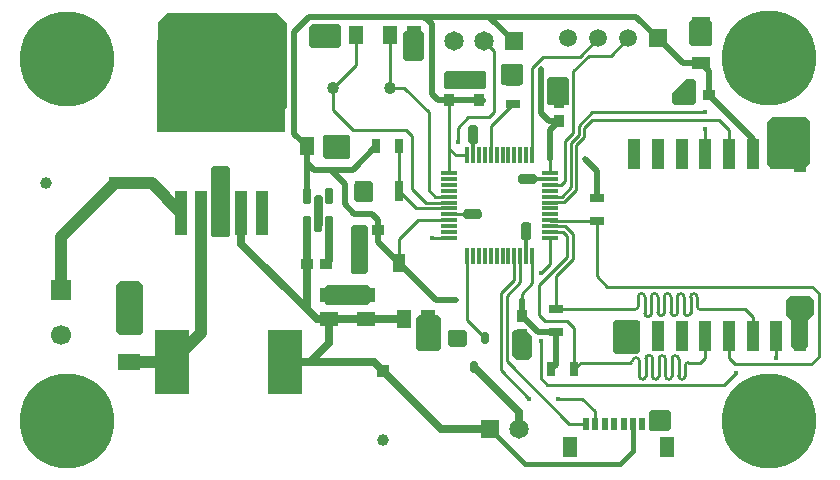
<source format=gtl>
G04*
G04 #@! TF.GenerationSoftware,Altium Limited,Altium Designer,18.0.7 (293)*
G04*
G04 Layer_Physical_Order=1*
G04 Layer_Color=255*
%FSLAX25Y25*%
%MOIN*%
G70*
G01*
G75*
%ADD17R,0.04331X0.10236*%
%ADD18R,0.04331X0.11024*%
%ADD19R,0.02756X0.05118*%
%ADD20R,0.05118X0.02756*%
%ADD21R,0.03740X0.03937*%
%ADD22R,0.05000X0.06300*%
%ADD23R,0.03937X0.03740*%
%ADD24R,0.06299X0.04331*%
%ADD25R,0.03898X0.14921*%
G04:AMPARAMS|DCode=26|XSize=23.62mil|YSize=53.15mil|CornerRadius=1.77mil|HoleSize=0mil|Usage=FLASHONLY|Rotation=0.000|XOffset=0mil|YOffset=0mil|HoleType=Round|Shape=RoundedRectangle|*
%AMROUNDEDRECTD26*
21,1,0.02362,0.04961,0,0,0.0*
21,1,0.02008,0.05315,0,0,0.0*
1,1,0.00354,0.01004,-0.02480*
1,1,0.00354,-0.01004,-0.02480*
1,1,0.00354,-0.01004,0.02480*
1,1,0.00354,0.01004,0.02480*
%
%ADD26ROUNDEDRECTD26*%
G04:AMPARAMS|DCode=27|XSize=23.62mil|YSize=39.37mil|CornerRadius=5.91mil|HoleSize=0mil|Usage=FLASHONLY|Rotation=0.000|XOffset=0mil|YOffset=0mil|HoleType=Round|Shape=RoundedRectangle|*
%AMROUNDEDRECTD27*
21,1,0.02362,0.02756,0,0,0.0*
21,1,0.01181,0.03937,0,0,0.0*
1,1,0.01181,0.00591,-0.01378*
1,1,0.01181,-0.00591,-0.01378*
1,1,0.01181,-0.00591,0.01378*
1,1,0.01181,0.00591,0.01378*
%
%ADD27ROUNDEDRECTD27*%
%ADD28R,0.03150X0.06693*%
%ADD29R,0.01181X0.05807*%
%ADD30R,0.05807X0.01181*%
%ADD31R,0.04331X0.06299*%
%ADD32R,0.06300X0.05000*%
%ADD33R,0.07480X0.05512*%
%ADD34R,0.04724X0.06693*%
%ADD35R,0.01968X0.03937*%
%ADD36R,0.11811X0.21654*%
%ADD70C,0.01000*%
%ADD71R,0.42677X0.31024*%
%ADD72C,0.01968*%
%ADD73C,0.01500*%
%ADD74C,0.02756*%
%ADD75C,0.03937*%
%ADD76R,0.06496X0.06496*%
%ADD77C,0.06496*%
%ADD78C,0.03969*%
%ADD79R,0.03969X0.03969*%
%ADD80R,0.03969X0.03969*%
%ADD81C,0.05906*%
%ADD82R,0.05906X0.05906*%
%ADD83C,0.31496*%
%ADD84C,0.04055*%
%ADD85C,0.06693*%
%ADD86R,0.06693X0.06693*%
%ADD87C,0.01575*%
G36*
X233504Y151378D02*
Y144134D01*
X232874Y143465D01*
X226667D01*
X225630Y144213D01*
Y151299D01*
X226378Y152047D01*
X232835D01*
X233504Y151378D01*
D02*
G37*
G36*
X109646Y149921D02*
Y143740D01*
X108701Y142795D01*
X100000D01*
X99173Y143622D01*
Y149764D01*
X100000Y150709D01*
X108858D01*
X109646Y149921D01*
D02*
G37*
G36*
X137461Y147559D02*
Y139173D01*
X136752Y138465D01*
X131201D01*
X130374Y139252D01*
Y147638D01*
X131043Y148307D01*
X136713Y148307D01*
X137461Y147559D01*
D02*
G37*
G36*
X170295Y136969D02*
Y130984D01*
X169626Y130315D01*
X163839D01*
X163209Y130945D01*
Y136850D01*
X163839Y137480D01*
X169783Y137480D01*
X170295Y136969D01*
D02*
G37*
G36*
X158224Y134516D02*
Y129791D01*
X157280Y128846D01*
X144799D01*
X144051Y129595D01*
Y134240D01*
X144839Y135028D01*
X157673Y135067D01*
X158224Y134516D01*
D02*
G37*
G36*
X228110Y131614D02*
X228110Y124803D01*
X227047Y123740D01*
X221181D01*
X220118Y124803D01*
Y127717D01*
X224803Y132402D01*
X227323Y132402D01*
X228110Y131614D01*
D02*
G37*
G36*
X185853Y132219D02*
Y124133D01*
X185368Y123649D01*
X178950D01*
X178342Y124257D01*
Y132174D01*
X179029Y132861D01*
X185210D01*
X185853Y132219D01*
D02*
G37*
G36*
X91654Y151102D02*
X91772D01*
Y122953D01*
X88543Y119724D01*
X52008D01*
X48622Y123110D01*
Y151339D01*
X51614Y154331D01*
X88425Y154331D01*
X91654Y151102D01*
D02*
G37*
G36*
X155394Y116341D02*
Y111167D01*
X154331Y110669D01*
Y106299D01*
X154134Y106102D01*
X153386D01*
X153150Y106339D01*
Y110669D01*
X152047Y111196D01*
Y116306D01*
X153150Y116929D01*
X154331D01*
X155394Y116341D01*
D02*
G37*
G36*
X112835Y113386D02*
Y106378D01*
X112087Y105630D01*
X104685D01*
X103898Y106417D01*
Y113386D01*
X104306Y113794D01*
X112087D01*
X112835Y113386D01*
D02*
G37*
G36*
X264606Y119724D02*
X266142Y118189D01*
Y104252D01*
X264291Y102402D01*
X253150D01*
X251654Y103898D01*
Y117992D01*
X253386Y119724D01*
X264606Y119724D01*
D02*
G37*
G36*
X175011Y99606D02*
X179381D01*
X179578Y99410D01*
Y98661D01*
X179342Y98425D01*
X175011D01*
X174484Y97323D01*
X169374D01*
X168751Y98425D01*
Y99606D01*
X169339Y100669D01*
X174514D01*
X175011Y99606D01*
D02*
G37*
G36*
X120472Y97559D02*
Y92047D01*
X119646Y91220D01*
X115000D01*
X114173Y92047D01*
Y97402D01*
X115039Y98268D01*
X119764D01*
X120472Y97559D01*
D02*
G37*
G36*
X156837Y87795D02*
Y86614D01*
X156248Y85551D01*
X151074D01*
X150577Y86614D01*
X149604D01*
Y86614D01*
X146207D01*
X146010Y86811D01*
Y87559D01*
X146246Y87795D01*
X150577D01*
X151104Y88898D01*
X156213D01*
X156837Y87795D01*
D02*
G37*
G36*
X103032Y93504D02*
X103583Y92953D01*
X103583Y83681D01*
X102992Y83091D01*
X101181D01*
X100669Y83602D01*
X100669Y92835D01*
X101339Y93504D01*
X103032Y93504D01*
D02*
G37*
G36*
X72716Y102559D02*
Y80394D01*
X71969Y79646D01*
X67244D01*
X66535Y80354D01*
Y102677D01*
X67087Y103228D01*
X72047D01*
X72716Y102559D01*
D02*
G37*
G36*
X173110Y84176D02*
Y79001D01*
X172047Y78504D01*
Y74134D01*
X171850Y73937D01*
X171102D01*
X170866Y74173D01*
Y78504D01*
X169764Y79031D01*
Y84141D01*
X170866Y84764D01*
X172047D01*
X173110Y84176D01*
D02*
G37*
G36*
X117835Y83780D02*
X118622Y82992D01*
Y68071D01*
X117835Y67283D01*
X113701D01*
X112953Y68032D01*
Y82874D01*
X113858Y83780D01*
X117835Y83780D01*
D02*
G37*
G36*
X119449Y63150D02*
Y57953D01*
X118465Y56968D01*
X105118D01*
X104331Y57756D01*
Y63032D01*
X105039Y63740D01*
X118780Y63819D01*
X119449Y63150D01*
D02*
G37*
G36*
X42559Y64902D02*
X43701Y63760D01*
Y48051D01*
X43740Y48012D01*
X42598Y46870D01*
X36063D01*
X36024Y46831D01*
X34606Y48248D01*
Y63248D01*
X36181Y64902D01*
X42559Y64902D01*
D02*
G37*
G36*
X151752Y48071D02*
X151752Y44055D01*
X150807Y43110D01*
X146122Y43110D01*
X145295Y43937D01*
X145295Y48071D01*
X145886Y48661D01*
X151161D01*
X151752Y48071D01*
D02*
G37*
G36*
X265878Y60168D02*
X267335Y58711D01*
X267335Y53829D01*
X265484Y51979D01*
Y43396D01*
X264421Y42333D01*
X260799D01*
X259854Y43278D01*
Y52136D01*
X258161Y53829D01*
Y58711D01*
X259618Y60168D01*
X265878Y60168D01*
D02*
G37*
G36*
X143071Y52795D02*
Y42638D01*
X142008Y41575D01*
X135787D01*
X134803Y42559D01*
Y52756D01*
X135827Y53780D01*
X142087Y53780D01*
X143071Y52795D01*
D02*
G37*
G36*
X208622Y51890D02*
X209409Y51102D01*
Y41732D01*
X208504Y40827D01*
X201220D01*
X200315Y41732D01*
Y51142D01*
X201063Y51890D01*
X208622Y51890D01*
D02*
G37*
G36*
X173425Y46693D02*
X173425Y40118D01*
X171968Y38661D01*
X168032D01*
X166693Y40446D01*
X166693Y47717D01*
X167559Y48583D01*
X171535D01*
X173425Y46693D01*
D02*
G37*
G36*
X219724Y21457D02*
Y15866D01*
X219094Y15236D01*
Y15079D01*
X213032D01*
X212480Y15630D01*
X212402D01*
Y21457D01*
X212953Y22008D01*
X219173D01*
X219724Y21457D01*
D02*
G37*
D17*
X262677Y46575D02*
D03*
X254803D02*
D03*
X246929D02*
D03*
X239055D02*
D03*
X231181D02*
D03*
X223307D02*
D03*
X215433D02*
D03*
X207559D02*
D03*
Y107205D02*
D03*
X215433D02*
D03*
X223307D02*
D03*
X231181D02*
D03*
X239055D02*
D03*
X246929D02*
D03*
X254803D02*
D03*
D18*
X262677Y106811D02*
D03*
D19*
X179882Y35512D02*
D03*
X187362D02*
D03*
X128937Y109843D02*
D03*
X121457D02*
D03*
D20*
X194921Y92638D02*
D03*
Y85158D02*
D03*
X181417Y48031D02*
D03*
Y55512D02*
D03*
X167008Y131457D02*
D03*
Y123976D02*
D03*
D21*
X182520Y124764D02*
D03*
Y118465D02*
D03*
X155669Y131535D02*
D03*
Y125236D02*
D03*
X145905Y131535D02*
D03*
Y125236D02*
D03*
X170000Y53268D02*
D03*
Y46968D02*
D03*
D22*
X114630Y146850D02*
D03*
X106630Y146850D02*
D03*
X126118Y147047D02*
D03*
X134118Y147047D02*
D03*
X138646Y52362D02*
D03*
X130646Y52362D02*
D03*
X98362Y109843D02*
D03*
X106362Y109843D02*
D03*
D23*
X232441Y126929D02*
D03*
X226142D02*
D03*
X115748Y81890D02*
D03*
X122047D02*
D03*
X98425Y70787D02*
D03*
X104724D02*
D03*
D24*
X229685Y137598D02*
D03*
Y150984D02*
D03*
D25*
X56496Y87795D02*
D03*
X63189D02*
D03*
X69882D02*
D03*
X76575D02*
D03*
X83268D02*
D03*
D26*
X98425Y84075D02*
D03*
X102165D02*
D03*
X105905D02*
D03*
Y93405D02*
D03*
X98425D02*
D03*
D27*
X157874Y45866D02*
D03*
X150394D02*
D03*
X154134Y36417D02*
D03*
D28*
X129134Y94882D02*
D03*
X115748D02*
D03*
D29*
X151772Y106843D02*
D03*
X153740D02*
D03*
X155709D02*
D03*
X157677D02*
D03*
X159646D02*
D03*
X161614D02*
D03*
X163583D02*
D03*
X165551D02*
D03*
X167520D02*
D03*
X169488D02*
D03*
X171457D02*
D03*
X173425D02*
D03*
Y73472D02*
D03*
X171457D02*
D03*
X169488D02*
D03*
X167520D02*
D03*
X165551D02*
D03*
X163583D02*
D03*
X161614D02*
D03*
X159646D02*
D03*
X157677D02*
D03*
X155709D02*
D03*
X153740D02*
D03*
X151772D02*
D03*
D30*
X179283Y100984D02*
D03*
Y99016D02*
D03*
Y97047D02*
D03*
Y95079D02*
D03*
Y93110D02*
D03*
Y91142D02*
D03*
Y89173D02*
D03*
Y87205D02*
D03*
Y85236D02*
D03*
Y83268D02*
D03*
Y81299D02*
D03*
Y79331D02*
D03*
X145913D02*
D03*
Y81299D02*
D03*
Y83268D02*
D03*
Y85236D02*
D03*
Y87205D02*
D03*
Y89173D02*
D03*
Y91142D02*
D03*
Y93110D02*
D03*
Y95079D02*
D03*
Y97047D02*
D03*
Y99016D02*
D03*
Y100984D02*
D03*
D31*
X115748Y70866D02*
D03*
X129134D02*
D03*
D32*
X105905Y52299D02*
D03*
X105905Y60299D02*
D03*
X118110Y60299D02*
D03*
X118110Y52299D02*
D03*
D33*
X38976Y50984D02*
D03*
Y37992D02*
D03*
D34*
X218504Y9646D02*
D03*
X186221D02*
D03*
D35*
X213386Y17323D02*
D03*
X210236D02*
D03*
X207087D02*
D03*
X203937D02*
D03*
X200787D02*
D03*
X197638D02*
D03*
X194488D02*
D03*
X191339D02*
D03*
D36*
X90945Y37992D02*
D03*
X53543D02*
D03*
D70*
X225535Y37835D02*
G03*
X224445Y36744I0J-1091D01*
G01*
X223354Y32220D02*
G03*
X224445Y33311I0J1091D01*
G01*
X222264D02*
G03*
X223354Y32220I1091J0D01*
G01*
X222264Y39079D02*
G03*
X221173Y40170I-1091J0D01*
G01*
D02*
G03*
X220083Y39079I0J-1091D01*
G01*
X218992Y32220D02*
G03*
X220083Y33311I0J1091D01*
G01*
X217902D02*
G03*
X218992Y32220I1091J0D01*
G01*
X217902Y39079D02*
G03*
X216811Y40170I-1091J0D01*
G01*
D02*
G03*
X215721Y39079I0J-1091D01*
G01*
X214630Y32220D02*
G03*
X215721Y33311I0J1091D01*
G01*
X213539D02*
G03*
X214630Y32220I1091J0D01*
G01*
X213539Y39224D02*
G03*
X212449Y40315I-1091J0D01*
G01*
D02*
G03*
X211358Y39224I0J-1091D01*
G01*
X210268Y32220D02*
G03*
X211358Y33311I0J1091D01*
G01*
X209177D02*
G03*
X210268Y32220I1091J0D01*
G01*
X209177Y38449D02*
G03*
X208087Y39540I-1091J0D01*
G01*
D02*
G03*
X206996Y38449I0J-1091D01*
G01*
X206382Y37835D02*
G03*
X206996Y38449I0J614D01*
G01*
X228437Y56602D02*
G03*
X229527Y55512I1091J0D01*
G01*
X228437Y59744D02*
G03*
X227346Y60834I-1091J0D01*
G01*
D02*
G03*
X226256Y59744I0J-1091D01*
G01*
X225165Y53390D02*
G03*
X226256Y54481I0J1091D01*
G01*
X224075D02*
G03*
X225165Y53390I1091J0D01*
G01*
X224075Y59744D02*
G03*
X222984Y60834I-1091J0D01*
G01*
D02*
G03*
X221894Y59744I0J-1091D01*
G01*
X220803Y53366D02*
G03*
X221894Y54457I0J1091D01*
G01*
X219713D02*
G03*
X220803Y53366I1091J0D01*
G01*
X219713Y59744D02*
G03*
X218622Y60834I-1091J0D01*
G01*
D02*
G03*
X217531Y59744I0J-1091D01*
G01*
X216441Y53390D02*
G03*
X217531Y54481I0J1091D01*
G01*
X215350D02*
G03*
X216441Y53390I1091J0D01*
G01*
X215350Y59744D02*
G03*
X214260Y60834I-1091J0D01*
G01*
D02*
G03*
X213169Y59744I0J-1091D01*
G01*
X212079Y53072D02*
G03*
X213169Y54162I0J1091D01*
G01*
X210988D02*
G03*
X212079Y53072I1091J0D01*
G01*
X210988Y59744D02*
G03*
X209898Y60834I-1091J0D01*
G01*
D02*
G03*
X208807Y59744I0J-1091D01*
G01*
X207716Y55512D02*
G03*
X208807Y56602I0J1091D01*
G01*
X231181Y39449D02*
Y46575D01*
X229567Y37835D02*
X231181Y39449D01*
X227835Y37835D02*
X229567D01*
X189685D02*
X205906D01*
X225535D02*
X227835D01*
X224445Y33311D02*
Y36744D01*
X222264Y33311D02*
Y37835D01*
Y39079D01*
X220083Y37835D02*
Y39079D01*
Y33311D02*
Y37835D01*
X217902Y33311D02*
Y37835D01*
Y39079D01*
X215721Y37835D02*
Y39079D01*
Y33311D02*
Y37835D01*
X213539Y33311D02*
Y37835D01*
Y39224D01*
X211358Y37835D02*
Y39224D01*
Y33311D02*
Y37835D01*
X209177Y33311D02*
Y37835D01*
Y38449D01*
X205906Y37835D02*
X206382D01*
X187362Y35512D02*
X189685Y37835D01*
X246929Y46575D02*
Y53071D01*
X244488Y55512D02*
X246929Y53071D01*
X230709Y55512D02*
X244488D01*
X181417D02*
X207716D01*
X229527D02*
X230709D01*
X228437Y56602D02*
Y59744D01*
X226256Y55512D02*
Y59744D01*
Y54481D02*
Y55512D01*
X224075Y54481D02*
Y55512D01*
Y59744D01*
X221894Y55512D02*
Y59744D01*
Y54457D02*
Y55512D01*
X219713Y54457D02*
Y55512D01*
Y59744D01*
X217531Y55512D02*
Y59744D01*
Y54481D02*
Y55512D01*
X215350Y54481D02*
Y55512D01*
Y59744D01*
X213169Y55512D02*
Y59744D01*
Y54162D02*
Y55512D01*
X210988Y54162D02*
Y55512D01*
Y59744D01*
X208807Y56602D02*
Y59744D01*
X254803Y39449D02*
X254842Y39409D01*
X254803Y39449D02*
Y46575D01*
X193425Y121181D02*
X231181D01*
X188953Y116709D02*
X193425Y121181D01*
X239055Y107205D02*
Y115433D01*
X235866Y118622D02*
X239055Y115433D01*
X193504Y118622D02*
X235866D01*
X231181Y107205D02*
Y115709D01*
X179283Y100984D02*
X179291Y100992D01*
Y105591D01*
X237559Y30433D02*
X241535Y34409D01*
X178543Y30433D02*
X237559D01*
X239055Y39409D02*
Y46575D01*
Y39409D02*
X241220Y37244D01*
X266575D01*
X268937Y39606D01*
Y60945D01*
X266850Y63032D02*
X268937Y60945D01*
X198543Y63032D02*
X266850D01*
X179374Y85146D02*
X194921D01*
Y85158D01*
Y66654D02*
Y85146D01*
Y66654D02*
X198543Y63032D01*
X190197Y25827D02*
X194488Y21535D01*
X182126Y25827D02*
X190197D01*
X163134Y35173D02*
X172480Y25827D01*
X185906Y17323D02*
X191339D01*
X164921Y38307D02*
X185906Y17323D01*
X176457Y32520D02*
X178543Y30433D01*
X187323Y35512D02*
Y49252D01*
X184921Y51653D02*
X187323Y49252D01*
X177756Y51653D02*
X184921D01*
X175787Y53622D02*
X177756Y51653D01*
X175787Y53622D02*
Y63701D01*
X185197Y73110D01*
Y79843D01*
X183740Y81299D02*
X185197Y79843D01*
X179283Y81299D02*
X183740D01*
X189291Y139685D02*
X195472Y145866D01*
X177047Y139685D02*
X189291D01*
X173425Y136063D02*
X177047Y139685D01*
X173425Y106843D02*
Y136063D01*
X176457Y32520D02*
Y44842D01*
X170000Y58740D02*
Y60787D01*
X194488Y17323D02*
Y21535D01*
X163134Y35173D02*
Y60898D01*
X164921Y60158D02*
X169488Y64724D01*
X163134Y60898D02*
X167520Y65284D01*
Y73472D01*
X164921Y38307D02*
Y60158D01*
X169488Y64724D02*
Y73472D01*
X170000Y60787D02*
X173425Y64213D01*
Y73472D01*
X176457Y67756D02*
X179283Y70583D01*
Y79331D01*
Y85236D02*
X179374Y85146D01*
X181417Y55512D02*
Y66772D01*
X186984Y72339D01*
Y80583D01*
X184390Y83177D02*
X186984Y80583D01*
X179374Y83177D02*
X184390D01*
X179283Y83268D02*
X179374Y83177D01*
X179283D02*
Y83268D01*
X188953Y113669D02*
Y116709D01*
X190740Y115858D02*
X193504Y118622D01*
X190740Y112929D02*
Y115858D01*
X188126Y110315D02*
X190740Y112929D01*
X188126Y95441D02*
Y110315D01*
X183917Y91232D02*
X188126Y95441D01*
X179374Y91232D02*
X183917D01*
X179283Y91142D02*
X179374Y91232D01*
X186339Y111055D02*
X188953Y113669D01*
X186339Y96181D02*
Y111055D01*
X183268Y93110D02*
X186339Y96181D01*
X179283Y93110D02*
X183268D01*
X145905Y108858D02*
Y125236D01*
Y100992D02*
Y108858D01*
X147921Y106843D01*
X151772D01*
X145905Y100992D02*
X145913Y100984D01*
X135315Y85236D02*
X145913D01*
X129134Y79055D02*
X135315Y85236D01*
X129134Y70866D02*
Y79055D01*
X199724Y140118D02*
X205472Y145866D01*
X192402Y140118D02*
X199724D01*
X187165Y134882D02*
X192402Y140118D01*
X187165Y114409D02*
Y134882D01*
X184528Y111772D02*
X187165Y114409D01*
X184528Y98347D02*
Y111772D01*
X183228Y97047D02*
X184528Y98347D01*
X179283Y97047D02*
X183228D01*
X151772Y51968D02*
X157874Y45866D01*
X151772Y51968D02*
Y73472D01*
X159646Y106843D02*
Y116614D01*
X167008Y123976D01*
X140039Y79331D02*
X145913D01*
X148583Y111260D02*
Y116102D01*
X152126Y119646D01*
X158937D01*
X160748Y121457D01*
Y141614D01*
X157480Y144882D02*
X160748Y141614D01*
X106968Y129331D02*
X114630Y136992D01*
Y146850D01*
X141142Y93110D02*
X145913D01*
X138976Y95276D02*
X141142Y93110D01*
X138976Y95276D02*
Y121260D01*
X130905Y129331D02*
X138976Y121260D01*
X126181Y129331D02*
X130905D01*
X137992Y91142D02*
X145913D01*
X133465Y95669D02*
X137992Y91142D01*
X133465Y95669D02*
Y113386D01*
X131496Y115354D02*
X133465Y113386D01*
X113779Y115354D02*
X131496D01*
X106968Y122165D02*
X113779Y115354D01*
X106968Y122165D02*
Y129331D01*
X126118Y129394D02*
X126181Y129331D01*
X126118Y129394D02*
Y147047D01*
X128937Y95079D02*
X129134Y94882D01*
X128937Y95079D02*
Y109843D01*
X134843Y89173D02*
X145913D01*
X129134Y94882D02*
X134843Y89173D01*
D71*
X69882Y130118D02*
D03*
D72*
X246929Y107205D02*
Y112441D01*
X232441Y126929D02*
X246929Y112441D01*
X232441Y126929D02*
Y134843D01*
X229685Y137598D02*
X232441Y134843D01*
X223740Y137598D02*
X229685D01*
X215472Y145866D02*
X223740Y137598D01*
X194921Y92638D02*
Y101654D01*
X190984Y105591D02*
X194921Y101654D01*
X179291Y105591D02*
Y115236D01*
X182520Y118465D01*
X179882Y35512D02*
X181417Y37047D01*
Y48031D01*
X175281D02*
X181417D01*
X170045Y53268D02*
X175281Y48031D01*
X170000Y53268D02*
X170045D01*
X170000D02*
Y58740D01*
X179055Y118465D02*
X182520D01*
X176535Y120984D02*
X179055Y118465D01*
X176535Y120984D02*
Y135827D01*
X141260Y58740D02*
X148071D01*
X129134Y70866D02*
X141260Y58740D01*
X145905Y125236D02*
X155669D01*
X137441Y153150D02*
X159213D01*
X99213D02*
X137441D01*
X142126Y125236D02*
X145905D01*
X139921Y127441D02*
X142126Y125236D01*
X139921Y127441D02*
Y150669D01*
X137441Y153150D02*
X139921Y150669D01*
X208189Y153150D02*
X215472Y145866D01*
X159213Y153150D02*
X208189D01*
X159213D02*
X167480Y144882D01*
X94095Y148031D02*
X99213Y153150D01*
X94095Y114110D02*
Y148031D01*
Y114110D02*
X98362Y109843D01*
X98425Y104331D02*
Y109780D01*
Y93405D02*
Y104331D01*
X100787Y101969D01*
X106299D01*
X98362Y109843D02*
X98425Y109780D01*
X122047Y77953D02*
X129134Y70866D01*
X122047Y77953D02*
Y81890D01*
X106299Y101969D02*
X113583D01*
X122047Y81890D02*
Y85433D01*
X120079Y87402D02*
X122047Y85433D01*
X114173Y87402D02*
X120079D01*
X111024Y90551D02*
X114173Y87402D01*
X111024Y90551D02*
Y97244D01*
X106299Y101969D02*
X111024Y97244D01*
X113583Y101969D02*
X121457Y109843D01*
D73*
X171063Y3937D02*
X202756D01*
X157047Y125236D02*
X157087Y125197D01*
X207087Y8268D02*
Y17323D01*
X202756Y3937D02*
X207087Y8268D01*
X159252Y15748D02*
X171063Y3937D01*
D74*
X76575Y77362D02*
X98425Y55512D01*
X76575Y77362D02*
Y87795D01*
X169095Y15748D02*
Y21457D01*
X154134Y36417D02*
X169095Y21457D01*
X142996Y15748D02*
X159252D01*
X123622Y35122D02*
X142996Y15748D01*
X120752Y37992D02*
X123622Y35122D01*
X99410Y37992D02*
X120752D01*
X105905Y52299D02*
X130583D01*
X101638D02*
X105905D01*
X98425Y55512D02*
X101638Y52299D01*
X98425Y55512D02*
Y70787D01*
X130583Y52299D02*
X130646Y52362D01*
X105905Y44488D02*
Y52299D01*
X99410Y37992D02*
X105905Y44488D01*
X90945Y37992D02*
X99410D01*
X105905Y71969D02*
Y84075D01*
X104724Y70787D02*
X105905Y71969D01*
X98425Y70787D02*
X98425Y70787D01*
X98425Y70787D02*
Y84075D01*
D75*
X38976Y37992D02*
X53543D01*
X63189Y47638D01*
Y87795D01*
X46772Y97520D02*
X56496Y87795D01*
X34500Y97520D02*
X46772D01*
X16500Y62020D02*
Y79520D01*
X34500Y97520D01*
D76*
X167480Y144882D02*
D03*
X159252Y15748D02*
D03*
D77*
X157480Y144882D02*
D03*
X147480D02*
D03*
X169095Y15748D02*
D03*
D78*
X11500Y97520D02*
D03*
X123622Y12122D02*
D03*
D79*
X34500Y97520D02*
D03*
D80*
X123622Y35122D02*
D03*
D81*
X185472Y145866D02*
D03*
X195472D02*
D03*
X205472D02*
D03*
D82*
X215472D02*
D03*
D83*
X252362Y18307D02*
D03*
X18500Y139020D02*
D03*
Y18232D02*
D03*
X252480Y139173D02*
D03*
D84*
X126181Y129331D02*
D03*
X106968D02*
D03*
D85*
X16500Y47020D02*
D03*
D86*
Y62020D02*
D03*
D87*
X171535Y41181D02*
D03*
X168425Y41260D02*
D03*
X190984Y105591D02*
D03*
X179291D02*
D03*
X231181Y115709D02*
D03*
X217362Y16772D02*
D03*
Y20157D02*
D03*
X173189Y98976D02*
D03*
X170276Y99016D02*
D03*
X171496Y80158D02*
D03*
X171457Y83110D02*
D03*
X155079Y87283D02*
D03*
X152244Y87244D02*
D03*
X153740Y112480D02*
D03*
X153701Y115394D02*
D03*
X226102Y130945D02*
D03*
X221693Y126339D02*
D03*
X227913Y145945D02*
D03*
X231653Y146024D02*
D03*
X183858Y130551D02*
D03*
X180354Y130630D02*
D03*
X168465Y135787D02*
D03*
X165079D02*
D03*
X135394Y140669D02*
D03*
X132205Y140709D02*
D03*
X101024Y144882D02*
D03*
Y148740D02*
D03*
X102205Y88976D02*
D03*
Y91811D02*
D03*
X119016Y93150D02*
D03*
X118976Y96614D02*
D03*
X111102Y107677D02*
D03*
X111063Y111693D02*
D03*
X150669Y130315D02*
D03*
Y133622D02*
D03*
X176535Y135827D02*
D03*
X39094Y57874D02*
D03*
X39173Y62441D02*
D03*
X202362Y43937D02*
D03*
X202441Y49331D02*
D03*
X264488Y58228D02*
D03*
X260630Y58268D02*
D03*
X261024Y116614D02*
D03*
X255669Y116654D02*
D03*
X117244Y76260D02*
D03*
X114409Y77598D02*
D03*
X111850Y58819D02*
D03*
X111890Y62244D02*
D03*
X140512Y45079D02*
D03*
X136772Y45118D02*
D03*
X176457Y44842D02*
D03*
X147126Y44528D02*
D03*
Y47323D02*
D03*
X241535Y34409D02*
D03*
X254842Y39409D02*
D03*
X87559Y150709D02*
D03*
X82047Y150748D02*
D03*
X76181Y150827D02*
D03*
X70197D02*
D03*
X64803D02*
D03*
X58583D02*
D03*
X52244Y150748D02*
D03*
X70866Y98858D02*
D03*
X68268Y101024D02*
D03*
X170000Y58740D02*
D03*
X148071D02*
D03*
X182126Y25827D02*
D03*
X172480D02*
D03*
X176457Y67756D02*
D03*
X231181Y121181D02*
D03*
X140039Y79331D02*
D03*
X148583Y111260D02*
D03*
M02*

</source>
